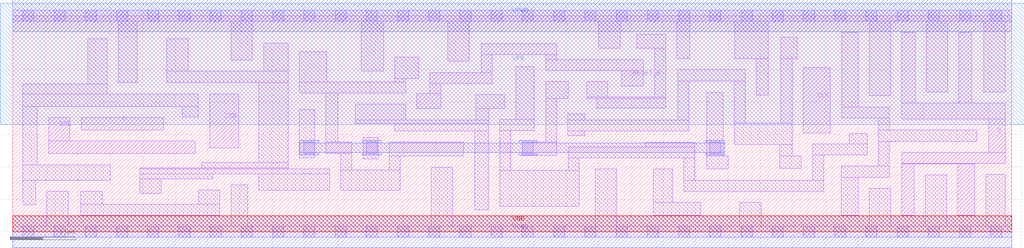
<source format=lef>
# Copyright 2020 The SkyWater PDK Authors
#
# Licensed under the Apache License, Version 2.0 (the "License");
# you may not use this file except in compliance with the License.
# You may obtain a copy of the License at
#
#     https://www.apache.org/licenses/LICENSE-2.0
#
# Unless required by applicable law or agreed to in writing, software
# distributed under the License is distributed on an "AS IS" BASIS,
# WITHOUT WARRANTIES OR CONDITIONS OF ANY KIND, either express or implied.
# See the License for the specific language governing permissions and
# limitations under the License.
#
# SPDX-License-Identifier: Apache-2.0

VERSION 5.7 ;
  NOWIREEXTENSIONATPIN ON ;
  DIVIDERCHAR "/" ;
  BUSBITCHARS "[]" ;
MACRO sky130_fd_sc_lp__sdfrtp_4
  CLASS CORE ;
  FOREIGN sky130_fd_sc_lp__sdfrtp_4 ;
  ORIGIN  0.000000  0.000000 ;
  SIZE  15.36000 BY  3.330000 ;
  SYMMETRY X Y R90 ;
  SITE unit ;
  PIN D
    ANTENNAGATEAREA  0.159000 ;
    DIRECTION INPUT ;
    USE SIGNAL ;
    PORT
      LAYER li1 ;
        RECT 1.050000 1.570000 2.325000 1.760000 ;
    END
  END D
  PIN Q
    ANTENNADIFFAREA  1.209600 ;
    DIRECTION OUTPUT ;
    USE SIGNAL ;
    PORT
      LAYER li1 ;
        RECT 13.665000 0.255000 13.855000 1.045000 ;
        RECT 13.665000 1.045000 14.790000 1.055000 ;
        RECT 13.665000 1.055000 15.260000 1.225000 ;
        RECT 13.665000 1.735000 15.260000 1.985000 ;
        RECT 13.665000 1.985000 13.875000 3.075000 ;
        RECT 14.525000 0.255000 14.790000 1.045000 ;
        RECT 14.545000 1.985000 14.745000 3.075000 ;
        RECT 15.000000 1.225000 15.260000 1.735000 ;
    END
  END Q
  PIN RESET_B
    ANTENNAGATEAREA  0.411000 ;
    DIRECTION INPUT ;
    USE SIGNAL ;
    PORT
      LAYER li1 ;
        RECT 6.210000 1.895000 6.580000 2.130000 ;
        RECT 6.410000 2.130000 6.580000 2.285000 ;
        RECT 6.410000 2.285000 7.370000 2.455000 ;
        RECT 7.200000 2.455000 7.370000 2.725000 ;
        RECT 7.200000 2.725000 8.360000 2.895000 ;
        RECT 8.190000 2.485000 9.690000 2.655000 ;
        RECT 8.190000 2.655000 8.360000 2.725000 ;
        RECT 9.360000 2.245000 9.690000 2.485000 ;
    END
  END RESET_B
  PIN SCD
    ANTENNAGATEAREA  0.159000 ;
    DIRECTION INPUT ;
    USE SIGNAL ;
    PORT
      LAYER li1 ;
        RECT 3.025000 1.290000 3.475000 2.125000 ;
    END
  END SCD
  PIN SCE
    ANTENNAGATEAREA  0.318000 ;
    DIRECTION INPUT ;
    USE SIGNAL ;
    PORT
      LAYER li1 ;
        RECT 0.550000 1.205000 2.805000 1.400000 ;
        RECT 0.550000 1.400000 0.880000 1.760000 ;
    END
  END SCE
  PIN CLK
    ANTENNAGATEAREA  0.315000 ;
    DIRECTION INPUT ;
    USE CLOCK ;
    PORT
      LAYER li1 ;
        RECT 12.155000 1.525000 12.570000 2.525000 ;
    END
  END CLK
  PIN VGND
    DIRECTION INOUT ;
    USE GROUND ;
    PORT
      LAYER met1 ;
        RECT 0.000000 -0.245000 15.360000 0.245000 ;
    END
  END VGND
  PIN VNB
    DIRECTION INOUT ;
    USE GROUND ;
    PORT
      LAYER pwell ;
        RECT 0.000000 0.000000 15.360000 0.245000 ;
    END
  END VNB
  PIN VPB
    DIRECTION INOUT ;
    USE POWER ;
    PORT
      LAYER nwell ;
        RECT -0.190000 1.655000 15.550000 3.520000 ;
    END
  END VPB
  PIN VPWR
    DIRECTION INOUT ;
    USE POWER ;
    PORT
      LAYER met1 ;
        RECT 0.000000 3.085000 15.360000 3.575000 ;
    END
  END VPWR
  OBS
    LAYER li1 ;
      RECT  0.000000 -0.085000 15.360000 0.085000 ;
      RECT  0.000000  3.245000 15.360000 3.415000 ;
      RECT  0.155000  0.415000  0.355000 0.795000 ;
      RECT  0.155000  0.795000  1.500000 1.030000 ;
      RECT  0.155000  1.030000  0.380000 1.930000 ;
      RECT  0.155000  1.930000  2.855000 2.125000 ;
      RECT  0.155000  2.125000  1.450000 2.275000 ;
      RECT  0.525000  0.085000  0.855000 0.625000 ;
      RECT  1.045000  0.255000  3.185000 0.425000 ;
      RECT  1.045000  0.425000  1.375000 0.625000 ;
      RECT  1.150000  2.275000  1.450000 2.975000 ;
      RECT  1.620000  2.295000  1.910000 3.245000 ;
      RECT  1.950000  0.595000  2.280000 0.815000 ;
      RECT  1.950000  0.815000  3.075000 0.895000 ;
      RECT  1.950000  0.895000  4.875000 0.970000 ;
      RECT  1.950000  0.970000  4.235000 0.985000 ;
      RECT  2.370000  2.295000  4.235000 2.475000 ;
      RECT  2.370000  2.475000  2.700000 2.975000 ;
      RECT  2.605000  1.770000  2.855000 1.930000 ;
      RECT  2.855000  0.425000  3.185000 0.645000 ;
      RECT  2.905000  0.985000  4.235000 1.065000 ;
      RECT  3.355000  0.085000  3.615000 0.725000 ;
      RECT  3.355000  2.645000  3.685000 3.245000 ;
      RECT  3.780000  1.065000  4.235000 2.295000 ;
      RECT  3.785000  0.640000  4.875000 0.895000 ;
      RECT  3.855000  2.475000  4.235000 2.905000 ;
      RECT  4.405000  1.140000  4.645000 1.880000 ;
      RECT  4.405000  2.135000  6.040000 2.305000 ;
      RECT  4.405000  2.305000  4.825000 2.775000 ;
      RECT  4.815000  1.210000  5.215000 1.380000 ;
      RECT  4.815000  1.380000  4.995000 2.135000 ;
      RECT  5.045000  0.640000  5.955000 0.955000 ;
      RECT  5.045000  0.955000  5.215000 1.210000 ;
      RECT  5.265000  1.665000  7.315000 1.725000 ;
      RECT  5.265000  1.725000  6.040000 1.965000 ;
      RECT  5.360000  2.475000  5.700000 3.245000 ;
      RECT  5.385000  1.125000  5.615000 1.455000 ;
      RECT  5.785000  0.955000  5.955000 1.165000 ;
      RECT  5.785000  1.165000  6.935000 1.385000 ;
      RECT  5.870000  1.555000  7.315000 1.665000 ;
      RECT  5.870000  2.305000  6.040000 2.360000 ;
      RECT  5.870000  2.360000  6.240000 2.690000 ;
      RECT  6.435000  0.085000  6.765000 0.995000 ;
      RECT  6.690000  2.625000  7.020000 3.245000 ;
      RECT  7.105000  0.335000  7.315000 1.555000 ;
      RECT  7.115000  1.725000  7.315000 1.900000 ;
      RECT  7.115000  1.900000  7.565000 2.115000 ;
      RECT  7.485000  0.395000  8.710000 0.945000 ;
      RECT  7.485000  0.945000  7.655000 1.560000 ;
      RECT  7.485000  1.560000  8.020000 1.730000 ;
      RECT  7.735000  1.730000  8.020000 2.545000 ;
      RECT  7.835000  1.175000  8.360000 1.380000 ;
      RECT  8.190000  1.380000  8.360000 2.055000 ;
      RECT  8.190000  2.055000  8.540000 2.315000 ;
      RECT  8.530000  1.485000  8.790000 1.555000 ;
      RECT  8.530000  1.555000 10.390000 1.725000 ;
      RECT  8.530000  1.725000  8.790000 1.815000 ;
      RECT  8.540000  0.945000  8.710000 1.135000 ;
      RECT  8.540000  1.135000 10.485000 1.305000 ;
      RECT  8.820000  2.055000 10.040000 2.075000 ;
      RECT  8.820000  2.075000  9.150000 2.315000 ;
      RECT  8.955000  0.085000  9.285000 0.965000 ;
      RECT  8.980000  1.905000 10.040000 2.055000 ;
      RECT  9.005000  2.825000  9.335000 3.245000 ;
      RECT  9.595000  2.825000 10.040000 3.045000 ;
      RECT  9.720000  1.305000 10.485000 1.375000 ;
      RECT  9.845000  0.255000 10.575000 0.455000 ;
      RECT  9.845000  0.455000 10.145000 0.965000 ;
      RECT  9.870000  2.075000 10.040000 2.825000 ;
      RECT 10.210000  2.665000 10.410000 3.245000 ;
      RECT 10.220000  1.725000 10.390000 2.325000 ;
      RECT 10.220000  2.325000 11.260000 2.495000 ;
      RECT 10.315000  0.625000 12.470000 0.795000 ;
      RECT 10.315000  0.795000 10.485000 1.135000 ;
      RECT 10.665000  0.965000 10.995000 1.165000 ;
      RECT 10.665000  1.165000 10.920000 2.145000 ;
      RECT 11.090000  1.345000 11.985000 1.675000 ;
      RECT 11.090000  1.675000 11.260000 2.325000 ;
      RECT 11.095000  2.665000 11.610000 3.245000 ;
      RECT 11.175000  0.085000 11.505000 0.455000 ;
      RECT 11.430000  2.105000 11.610000 2.665000 ;
      RECT 11.790000  0.975000 12.120000 1.165000 ;
      RECT 11.790000  1.165000 11.985000 1.345000 ;
      RECT 11.805000  1.675000 11.985000 2.670000 ;
      RECT 11.805000  2.670000 12.060000 3.000000 ;
      RECT 12.300000  0.795000 12.470000 1.185000 ;
      RECT 12.300000  1.185000 13.135000 1.355000 ;
      RECT 12.735000  0.255000 12.995000 0.835000 ;
      RECT 12.735000  0.835000 13.475000 1.015000 ;
      RECT 12.740000  1.755000 13.475000 1.925000 ;
      RECT 12.740000  1.925000 12.995000 3.075000 ;
      RECT 12.860000  1.355000 13.135000 1.515000 ;
      RECT 13.165000  0.085000 13.495000 0.665000 ;
      RECT 13.165000  2.095000 13.495000 3.245000 ;
      RECT 13.305000  1.015000 13.475000 1.395000 ;
      RECT 13.305000  1.395000 14.820000 1.565000 ;
      RECT 13.305000  1.565000 13.475000 1.755000 ;
      RECT 14.025000  0.085000 14.355000 0.875000 ;
      RECT 14.045000  2.155000 14.375000 3.245000 ;
      RECT 14.925000  2.155000 15.255000 3.245000 ;
      RECT 14.960000  0.085000 15.255000 0.885000 ;
    LAYER mcon ;
      RECT  0.155000 -0.085000  0.325000 0.085000 ;
      RECT  0.155000  3.245000  0.325000 3.415000 ;
      RECT  0.635000 -0.085000  0.805000 0.085000 ;
      RECT  0.635000  3.245000  0.805000 3.415000 ;
      RECT  1.115000 -0.085000  1.285000 0.085000 ;
      RECT  1.115000  3.245000  1.285000 3.415000 ;
      RECT  1.595000 -0.085000  1.765000 0.085000 ;
      RECT  1.595000  3.245000  1.765000 3.415000 ;
      RECT  2.075000 -0.085000  2.245000 0.085000 ;
      RECT  2.075000  3.245000  2.245000 3.415000 ;
      RECT  2.555000 -0.085000  2.725000 0.085000 ;
      RECT  2.555000  3.245000  2.725000 3.415000 ;
      RECT  3.035000 -0.085000  3.205000 0.085000 ;
      RECT  3.035000  3.245000  3.205000 3.415000 ;
      RECT  3.515000 -0.085000  3.685000 0.085000 ;
      RECT  3.515000  3.245000  3.685000 3.415000 ;
      RECT  3.995000 -0.085000  4.165000 0.085000 ;
      RECT  3.995000  3.245000  4.165000 3.415000 ;
      RECT  4.475000 -0.085000  4.645000 0.085000 ;
      RECT  4.475000  1.210000  4.645000 1.380000 ;
      RECT  4.475000  3.245000  4.645000 3.415000 ;
      RECT  4.955000 -0.085000  5.125000 0.085000 ;
      RECT  4.955000  3.245000  5.125000 3.415000 ;
      RECT  5.435000 -0.085000  5.605000 0.085000 ;
      RECT  5.435000  1.210000  5.605000 1.380000 ;
      RECT  5.435000  3.245000  5.605000 3.415000 ;
      RECT  5.915000 -0.085000  6.085000 0.085000 ;
      RECT  5.915000  3.245000  6.085000 3.415000 ;
      RECT  6.395000 -0.085000  6.565000 0.085000 ;
      RECT  6.395000  3.245000  6.565000 3.415000 ;
      RECT  6.875000 -0.085000  7.045000 0.085000 ;
      RECT  6.875000  3.245000  7.045000 3.415000 ;
      RECT  7.355000 -0.085000  7.525000 0.085000 ;
      RECT  7.355000  3.245000  7.525000 3.415000 ;
      RECT  7.835000 -0.085000  8.005000 0.085000 ;
      RECT  7.835000  1.210000  8.005000 1.380000 ;
      RECT  7.835000  3.245000  8.005000 3.415000 ;
      RECT  8.315000 -0.085000  8.485000 0.085000 ;
      RECT  8.315000  3.245000  8.485000 3.415000 ;
      RECT  8.795000 -0.085000  8.965000 0.085000 ;
      RECT  8.795000  3.245000  8.965000 3.415000 ;
      RECT  9.275000 -0.085000  9.445000 0.085000 ;
      RECT  9.275000  3.245000  9.445000 3.415000 ;
      RECT  9.755000 -0.085000  9.925000 0.085000 ;
      RECT  9.755000  3.245000  9.925000 3.415000 ;
      RECT 10.235000 -0.085000 10.405000 0.085000 ;
      RECT 10.235000  3.245000 10.405000 3.415000 ;
      RECT 10.715000 -0.085000 10.885000 0.085000 ;
      RECT 10.715000  1.210000 10.885000 1.380000 ;
      RECT 10.715000  3.245000 10.885000 3.415000 ;
      RECT 11.195000 -0.085000 11.365000 0.085000 ;
      RECT 11.195000  3.245000 11.365000 3.415000 ;
      RECT 11.675000 -0.085000 11.845000 0.085000 ;
      RECT 11.675000  3.245000 11.845000 3.415000 ;
      RECT 12.155000 -0.085000 12.325000 0.085000 ;
      RECT 12.155000  3.245000 12.325000 3.415000 ;
      RECT 12.635000 -0.085000 12.805000 0.085000 ;
      RECT 12.635000  3.245000 12.805000 3.415000 ;
      RECT 13.115000 -0.085000 13.285000 0.085000 ;
      RECT 13.115000  3.245000 13.285000 3.415000 ;
      RECT 13.595000 -0.085000 13.765000 0.085000 ;
      RECT 13.595000  3.245000 13.765000 3.415000 ;
      RECT 14.075000 -0.085000 14.245000 0.085000 ;
      RECT 14.075000  3.245000 14.245000 3.415000 ;
      RECT 14.555000 -0.085000 14.725000 0.085000 ;
      RECT 14.555000  3.245000 14.725000 3.415000 ;
      RECT 15.035000 -0.085000 15.205000 0.085000 ;
      RECT 15.035000  3.245000 15.205000 3.415000 ;
    LAYER met1 ;
      RECT  4.415000 1.180000  4.705000 1.225000 ;
      RECT  4.415000 1.225000 10.945000 1.365000 ;
      RECT  4.415000 1.365000  4.705000 1.410000 ;
      RECT  5.375000 1.180000  5.665000 1.225000 ;
      RECT  5.375000 1.365000  5.665000 1.410000 ;
      RECT  7.775000 1.180000  8.065000 1.225000 ;
      RECT  7.775000 1.365000  8.065000 1.410000 ;
      RECT 10.655000 1.180000 10.945000 1.225000 ;
      RECT 10.655000 1.365000 10.945000 1.410000 ;
  END
END sky130_fd_sc_lp__sdfrtp_4
END LIBRARY

</source>
